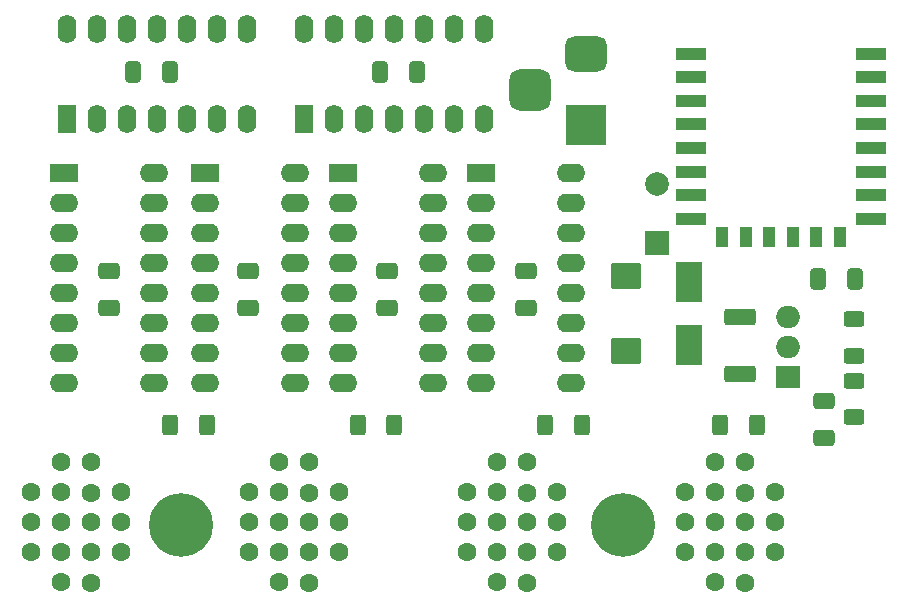
<source format=gbr>
%TF.GenerationSoftware,KiCad,Pcbnew,7.0.5*%
%TF.CreationDate,2023-07-03T19:11:47+08:00*%
%TF.ProjectId,raspnixie-kicad,72617370-6e69-4786-9965-2d6b69636164,rev?*%
%TF.SameCoordinates,Original*%
%TF.FileFunction,Soldermask,Bot*%
%TF.FilePolarity,Negative*%
%FSLAX46Y46*%
G04 Gerber Fmt 4.6, Leading zero omitted, Abs format (unit mm)*
G04 Created by KiCad (PCBNEW 7.0.5) date 2023-07-03 19:11:47*
%MOMM*%
%LPD*%
G01*
G04 APERTURE LIST*
G04 Aperture macros list*
%AMRoundRect*
0 Rectangle with rounded corners*
0 $1 Rounding radius*
0 $2 $3 $4 $5 $6 $7 $8 $9 X,Y pos of 4 corners*
0 Add a 4 corners polygon primitive as box body*
4,1,4,$2,$3,$4,$5,$6,$7,$8,$9,$2,$3,0*
0 Add four circle primitives for the rounded corners*
1,1,$1+$1,$2,$3*
1,1,$1+$1,$4,$5*
1,1,$1+$1,$6,$7*
1,1,$1+$1,$8,$9*
0 Add four rect primitives between the rounded corners*
20,1,$1+$1,$2,$3,$4,$5,0*
20,1,$1+$1,$4,$5,$6,$7,0*
20,1,$1+$1,$6,$7,$8,$9,0*
20,1,$1+$1,$8,$9,$2,$3,0*%
G04 Aperture macros list end*
%ADD10C,0.800000*%
%ADD11C,5.400000*%
%ADD12C,1.600000*%
%ADD13R,2.000000X2.000000*%
%ADD14C,2.000000*%
%ADD15R,1.600000X2.400000*%
%ADD16O,1.600000X2.400000*%
%ADD17R,2.400000X1.600000*%
%ADD18O,2.400000X1.600000*%
%ADD19R,2.000000X1.905000*%
%ADD20O,2.000000X1.905000*%
%ADD21R,3.500000X3.500000*%
%ADD22RoundRect,0.750000X-1.000000X0.750000X-1.000000X-0.750000X1.000000X-0.750000X1.000000X0.750000X0*%
%ADD23RoundRect,0.875000X-0.875000X0.875000X-0.875000X-0.875000X0.875000X-0.875000X0.875000X0.875000X0*%
%ADD24RoundRect,0.250000X-0.625000X0.400000X-0.625000X-0.400000X0.625000X-0.400000X0.625000X0.400000X0*%
%ADD25RoundRect,0.250000X-0.400000X-0.625000X0.400000X-0.625000X0.400000X0.625000X-0.400000X0.625000X0*%
%ADD26RoundRect,0.250000X0.400000X0.625000X-0.400000X0.625000X-0.400000X-0.625000X0.400000X-0.625000X0*%
%ADD27R,2.300000X3.500000*%
%ADD28R,2.500000X1.000000*%
%ADD29R,1.000000X1.800000*%
%ADD30RoundRect,0.250000X0.412500X0.650000X-0.412500X0.650000X-0.412500X-0.650000X0.412500X-0.650000X0*%
%ADD31RoundRect,0.250000X-0.650000X0.412500X-0.650000X-0.412500X0.650000X-0.412500X0.650000X0.412500X0*%
%ADD32RoundRect,0.249999X-1.075001X0.450001X-1.075001X-0.450001X1.075001X-0.450001X1.075001X0.450001X0*%
%ADD33RoundRect,0.250000X1.025000X-0.875000X1.025000X0.875000X-1.025000X0.875000X-1.025000X-0.875000X0*%
%ADD34RoundRect,0.250000X-0.412500X-0.650000X0.412500X-0.650000X0.412500X0.650000X-0.412500X0.650000X0*%
G04 APERTURE END LIST*
D10*
%TO.C,REF\u002A\u002A*%
X111598109Y-81118109D03*
X114461891Y-83981891D03*
X115055000Y-82550000D03*
X113030000Y-80525000D03*
X111005000Y-82550000D03*
X114461891Y-81118109D03*
X113030000Y-84575000D03*
D11*
X113030000Y-82550000D03*
D10*
X111598109Y-83981891D03*
%TD*%
%TO.C,REF\u002A\u002A*%
X74133109Y-83981891D03*
D11*
X75565000Y-82550000D03*
D10*
X75565000Y-84575000D03*
X76996891Y-81118109D03*
X73540000Y-82550000D03*
X75565000Y-80525000D03*
X77590000Y-82550000D03*
X76996891Y-83981891D03*
X74133109Y-81118109D03*
%TD*%
D12*
%TO.C,NX4*%
X118264077Y-84863077D03*
X125884077Y-84863077D03*
X118264077Y-79783077D03*
X125884077Y-79783077D03*
X125884077Y-82323077D03*
X118264077Y-82323077D03*
X120804077Y-84863077D03*
X120804077Y-87403077D03*
X120804077Y-79783077D03*
X120804077Y-77243077D03*
X123344077Y-77243077D03*
X123344077Y-79805773D03*
X123344077Y-82323077D03*
X123344077Y-84863077D03*
X123344077Y-87460432D03*
X120804077Y-82323077D03*
%TD*%
%TO.C,NX3*%
X99806743Y-84863077D03*
X107426743Y-84863077D03*
X99806743Y-79783077D03*
X107426743Y-79783077D03*
X107426743Y-82323077D03*
X99806743Y-82323077D03*
X102346743Y-84863077D03*
X102346743Y-87403077D03*
X102346743Y-79783077D03*
X102346743Y-77243077D03*
X104886743Y-77243077D03*
X104886743Y-79805773D03*
X104886743Y-82323077D03*
X104886743Y-84863077D03*
X104886743Y-87460432D03*
X102346743Y-82323077D03*
%TD*%
D13*
%TO.C,C14*%
X115851077Y-58701077D03*
D14*
X115851077Y-53701077D03*
%TD*%
D15*
%TO.C,U2*%
X65913000Y-48148000D03*
D16*
X68453000Y-48148000D03*
X70993000Y-48148000D03*
X73533000Y-48148000D03*
X76073000Y-48148000D03*
X78613000Y-48148000D03*
X81153000Y-48148000D03*
X81153000Y-40528000D03*
X78613000Y-40528000D03*
X76073000Y-40528000D03*
X73533000Y-40528000D03*
X70993000Y-40528000D03*
X68453000Y-40528000D03*
X65913000Y-40528000D03*
%TD*%
D17*
%TO.C,U5*%
X77597000Y-52705000D03*
D18*
X77597000Y-55245000D03*
X77597000Y-57785000D03*
X77597000Y-60325000D03*
X77597000Y-62865000D03*
X77597000Y-65405000D03*
X77597000Y-67945000D03*
X77597000Y-70485000D03*
X85217000Y-70485000D03*
X85217000Y-67945000D03*
X85217000Y-65405000D03*
X85217000Y-62865000D03*
X85217000Y-60325000D03*
X85217000Y-57785000D03*
X85217000Y-55245000D03*
X85217000Y-52705000D03*
%TD*%
D12*
%TO.C,NX2*%
X88969410Y-84863077D03*
X81349410Y-84863077D03*
X81349410Y-79783077D03*
X88969410Y-79783077D03*
X88969410Y-82323077D03*
X81349410Y-82323077D03*
X83889410Y-84863077D03*
X83889410Y-87403077D03*
X83889410Y-79783077D03*
X83889410Y-77243077D03*
X86429410Y-77243077D03*
X86429410Y-79805773D03*
X86429410Y-82323077D03*
X86429410Y-84863077D03*
X86429410Y-87460432D03*
X83889410Y-82323077D03*
%TD*%
D17*
%TO.C,U7*%
X100965000Y-52705000D03*
D18*
X100965000Y-55245000D03*
X100965000Y-57785000D03*
X100965000Y-60325000D03*
X100965000Y-62865000D03*
X100965000Y-65405000D03*
X100965000Y-67945000D03*
X100965000Y-70485000D03*
X108585000Y-70485000D03*
X108585000Y-67945000D03*
X108585000Y-65405000D03*
X108585000Y-62865000D03*
X108585000Y-60325000D03*
X108585000Y-57785000D03*
X108585000Y-55245000D03*
X108585000Y-52705000D03*
%TD*%
D12*
%TO.C,NX1*%
X65432077Y-82323077D03*
X67972077Y-87460432D03*
X67972077Y-84863077D03*
X67972077Y-82323077D03*
X67972077Y-79805773D03*
X67972077Y-77243077D03*
X65432077Y-77243077D03*
X65432077Y-79783077D03*
X65432077Y-87403077D03*
X65432077Y-84863077D03*
X62892077Y-82323077D03*
X70512077Y-82323077D03*
X70512077Y-79783077D03*
X62892077Y-79783077D03*
X62892077Y-84863077D03*
X70512077Y-84863077D03*
%TD*%
D19*
%TO.C,Q1*%
X127000000Y-69977000D03*
D20*
X127000000Y-67437000D03*
X127000000Y-64897000D03*
%TD*%
D17*
%TO.C,U4*%
X65659000Y-52705000D03*
D18*
X65659000Y-55245000D03*
X65659000Y-57785000D03*
X65659000Y-60325000D03*
X65659000Y-62865000D03*
X65659000Y-65405000D03*
X65659000Y-67945000D03*
X65659000Y-70485000D03*
X73279000Y-70485000D03*
X73279000Y-67945000D03*
X73279000Y-65405000D03*
X73279000Y-62865000D03*
X73279000Y-60325000D03*
X73279000Y-57785000D03*
X73279000Y-55245000D03*
X73279000Y-52705000D03*
%TD*%
D21*
%TO.C,J2*%
X109855000Y-48699077D03*
D22*
X109855000Y-42699077D03*
D23*
X105155000Y-45699077D03*
%TD*%
D17*
%TO.C,U6*%
X89281000Y-52705000D03*
D18*
X89281000Y-55245000D03*
X89281000Y-57785000D03*
X89281000Y-60325000D03*
X89281000Y-62865000D03*
X89281000Y-65405000D03*
X89281000Y-67945000D03*
X89281000Y-70485000D03*
X96901000Y-70485000D03*
X96901000Y-67945000D03*
X96901000Y-65405000D03*
X96901000Y-62865000D03*
X96901000Y-60325000D03*
X96901000Y-57785000D03*
X96901000Y-55245000D03*
X96901000Y-52705000D03*
%TD*%
D15*
%TO.C,U3*%
X85979000Y-48133000D03*
D16*
X88519000Y-48133000D03*
X91059000Y-48133000D03*
X93599000Y-48133000D03*
X96139000Y-48133000D03*
X98679000Y-48133000D03*
X101219000Y-48133000D03*
X101219000Y-40513000D03*
X98679000Y-40513000D03*
X96139000Y-40513000D03*
X93599000Y-40513000D03*
X91059000Y-40513000D03*
X88519000Y-40513000D03*
X85979000Y-40513000D03*
%TD*%
D24*
%TO.C,R10*%
X132588000Y-65125000D03*
X132588000Y-68225000D03*
%TD*%
D25*
%TO.C,R5*%
X74677077Y-74068077D03*
X77777077Y-74068077D03*
%TD*%
D24*
%TO.C,R11*%
X132588000Y-70332000D03*
X132588000Y-73432000D03*
%TD*%
D26*
%TO.C,R8*%
X124359000Y-74068077D03*
X121259000Y-74068077D03*
%TD*%
D25*
%TO.C,R7*%
X106427077Y-74068077D03*
X109527077Y-74068077D03*
%TD*%
D27*
%TO.C,D1*%
X118618000Y-61943000D03*
X118618000Y-67343000D03*
%TD*%
D28*
%TO.C,U1*%
X133992077Y-42628077D03*
X133992077Y-44628077D03*
X133992077Y-46628077D03*
X133992077Y-48628077D03*
X133992077Y-50628077D03*
X133992077Y-52628077D03*
X133992077Y-54628077D03*
X133992077Y-56628077D03*
D29*
X131392077Y-58128077D03*
X129392077Y-58128077D03*
X127392077Y-58128077D03*
X125392077Y-58128077D03*
X123392077Y-58128077D03*
X121392077Y-58128077D03*
D28*
X118792077Y-56628077D03*
X118792077Y-54628077D03*
X118792077Y-52628077D03*
X118792077Y-50628077D03*
X118792077Y-48628077D03*
X118792077Y-46628077D03*
X118792077Y-44628077D03*
X118792077Y-42628077D03*
%TD*%
D30*
%TO.C,C9*%
X132626500Y-61722000D03*
X129501500Y-61722000D03*
%TD*%
D31*
%TO.C,C3*%
X69469000Y-61075577D03*
X69469000Y-64200577D03*
%TD*%
%TO.C,C4*%
X81246692Y-61075577D03*
X81246692Y-64200577D03*
%TD*%
%TO.C,C11*%
X130048000Y-72059000D03*
X130048000Y-75184000D03*
%TD*%
D32*
%TO.C,R9*%
X122936000Y-64923000D03*
X122936000Y-69723000D03*
%TD*%
D31*
%TO.C,C6*%
X104802077Y-61075577D03*
X104802077Y-64200577D03*
%TD*%
D25*
%TO.C,R6*%
X90552077Y-74068077D03*
X93652077Y-74068077D03*
%TD*%
D33*
%TO.C,C10*%
X113284000Y-67843000D03*
X113284000Y-61443000D03*
%TD*%
D34*
%TO.C,C2*%
X92444577Y-44223077D03*
X95569577Y-44223077D03*
%TD*%
%TO.C,C1*%
X71489577Y-44223077D03*
X74614577Y-44223077D03*
%TD*%
D31*
%TO.C,C5*%
X93024384Y-61075577D03*
X93024384Y-64200577D03*
%TD*%
M02*

</source>
